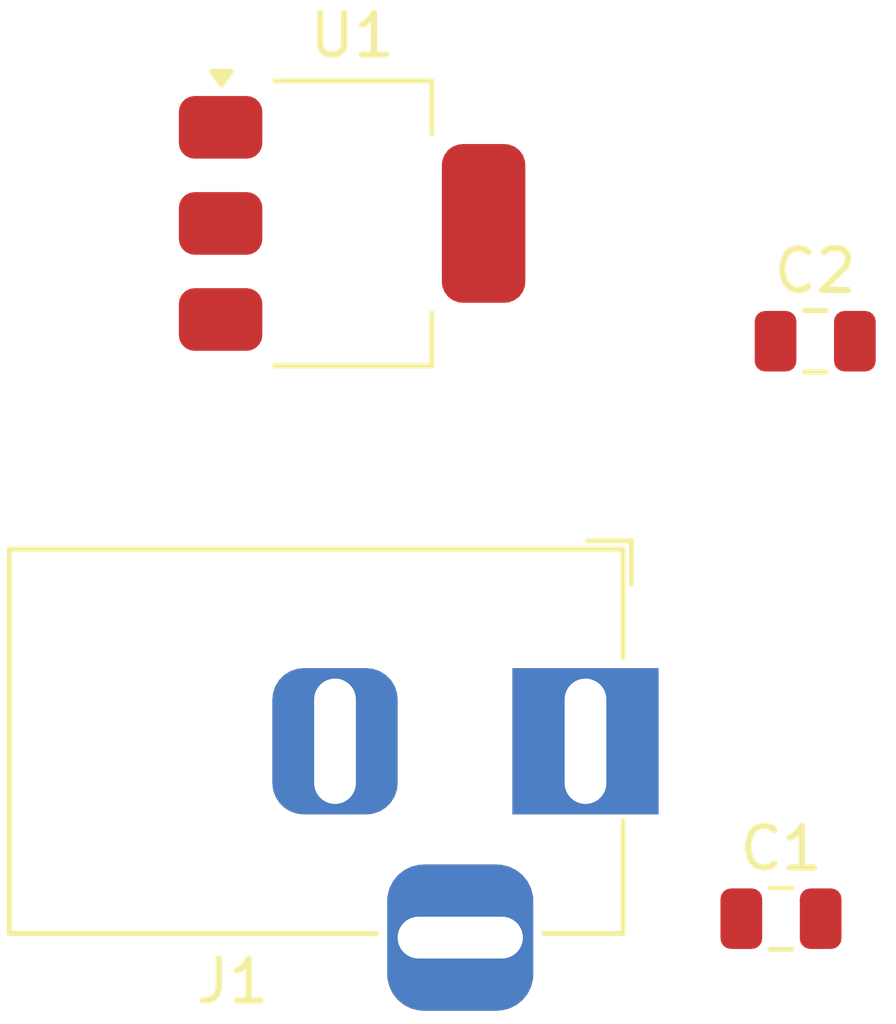
<source format=kicad_pcb>
(kicad_pcb (version 20240108) (generator "pcbnew") (generator_version "8.0")
  (layers (0 "F.Cu" signal) (31 "B.Cu" signal) (34 "B.Paste" user) (35 "F.Paste" user) (36 "B.SilkS" user "B.Silkscreen") (37 "F.SilkS" user "F.Silkscreen") (38 "B.Mask" user) (39 "F.Mask" user) (44 "Edge.Cuts" user))
  (net 0 "")
  (net 1 "VIN_5V")
  (net 2 "GND")
  (net 3 "3V3")
  (footprint "Connector_BarrelJack:BarrelJack_Horizontal" (layer "F.Cu") (at 0 0)
    (property "Reference" "J1" (at -8.45 5.75 0) (layer "F.SilkS"))
    (property "Value" "Barrel_Jack")
    (fp_line (start -13.8 -4.6) (end 0.9 -4.6) (stroke (width 0.12)) (layer "F.SilkS"))
    (fp_line (start -13.8 4.6) (end -13.8 -4.6) (stroke (width 0.12)) (layer "F.SilkS"))
    (fp_line (start -5 4.6) (end -13.8 4.6) (stroke (width 0.12)) (layer "F.SilkS"))
    (fp_line (start 0.05 -4.8) (end 1.1 -4.8) (stroke (width 0.12)) (layer "F.SilkS"))
    (fp_line (start 0.9 -4.6) (end 0.9 -2) (stroke (width 0.12)) (layer "F.SilkS"))
    (fp_line (start 0.9 1.9) (end 0.9 4.6) (stroke (width 0.12)) (layer "F.SilkS"))
    (fp_line (start 0.9 4.6) (end -1 4.6) (stroke (width 0.12)) (layer "F.SilkS"))
    (fp_line (start 1.1 -3.75) (end 1.1 -4.8) (stroke (width 0.12)) (layer "F.SilkS"))
    (pad "1" thru_hole rect (at 0 0) (size 3.5 3.5) (drill oval 1 3) (layers "*.Cu" "*.Mask") (net 1 "VIN_5V"))
    (pad "2" thru_hole roundrect (at -6 0) (size 3 3.5) (drill oval 1 3) (layers "*.Cu" "*.Mask") (net 2 "GND"))
    (pad "3" thru_hole roundrect (at -3 4.7) (size 3.5 3.5) (drill oval 3 1) (layers "*.Cu" "*.Mask"))
  )
  (footprint "Capacitor_SMD:C_0805_2012Metric" (layer "F.Cu") (at 4.683333 4.24675)
    (property "Reference" "C1" (at 0 -1.68 0) (layer "F.SilkS"))
    (property "Value" "10uF")
    (fp_line (start -0.261252 -0.735) (end 0.261252 -0.735) (stroke (width 0.12)) (layer "F.SilkS"))
    (fp_line (start -0.261252 0.735) (end 0.261252 0.735) (stroke (width 0.12)) (layer "F.SilkS"))
    (pad "1" smd roundrect (at -0.95 0) (size 1 1.45) (layers "F.Cu" "F.Paste" "F.Mask") (net 1 "VIN_5V"))
    (pad "2" smd roundrect (at 0.95 0) (size 1 1.45) (layers "F.Cu" "F.Paste" "F.Mask") (net 2 "GND"))
  )
  (footprint "Package_TO_SOT_SMD:SOT-223-3_TabPin2" (layer "F.Cu") (at -5.590476 -12.3965)
    (property "Reference" "U1" (at 0 -4.5 0) (layer "F.SilkS"))
    (property "Value" "LD1117S33TR_SOT223")
    (fp_line (start -1.85 -3.41) (end 1.91 -3.41) (stroke (width 0.12)) (layer "F.SilkS"))
    (fp_line (start -1.85 3.41) (end 1.91 3.41) (stroke (width 0.12)) (layer "F.SilkS"))
    (fp_line (start 1.91 -3.41) (end 1.91 -2.15) (stroke (width 0.12)) (layer "F.SilkS"))
    (fp_line (start 1.91 3.41) (end 1.91 2.15) (stroke (width 0.12)) (layer "F.SilkS"))
    (fp_poly (pts (xy -3.13 -3.31) (xy -3.37 -3.64) (xy -2.89 -3.64) (xy -3.13 -3.31)) (stroke (width 0.12)) (fill solid) (layer "F.SilkS"))
    (pad "1" smd roundrect (at -3.15 -2.3) (size 2 1.5) (layers "F.Cu" "F.Paste" "F.Mask") (net 2 "GND"))
    (pad "2" smd roundrect (at -3.15 0) (size 2 1.5) (layers "F.Cu" "F.Paste" "F.Mask") (net 3 "3V3"))
    (pad "2" smd roundrect (at 3.15 0) (size 2 3.8) (layers "F.Cu" "F.Paste" "F.Mask") (net 3 "3V3"))
    (pad "3" smd roundrect (at -3.15 2.3) (size 2 1.5) (layers "F.Cu" "F.Paste" "F.Mask") (net 1 "VIN_5V"))
  )
  (footprint "Capacitor_SMD:C_0805_2012Metric" (layer "F.Cu") (at 5.502382 -9.5765)
    (property "Reference" "C2" (at 0 -1.68 0) (layer "F.SilkS"))
    (property "Value" "10uF")
    (fp_line (start -0.261252 -0.735) (end 0.261252 -0.735) (stroke (width 0.12)) (layer "F.SilkS"))
    (fp_line (start -0.261252 0.735) (end 0.261252 0.735) (stroke (width 0.12)) (layer "F.SilkS"))
    (pad "1" smd roundrect (at -0.95 0) (size 1 1.45) (layers "F.Cu" "F.Paste" "F.Mask") (net 3 "3V3"))
    (pad "2" smd roundrect (at 0.95 0) (size 1 1.45) (layers "F.Cu" "F.Paste" "F.Mask") (net 2 "GND"))
  )
)
</source>
